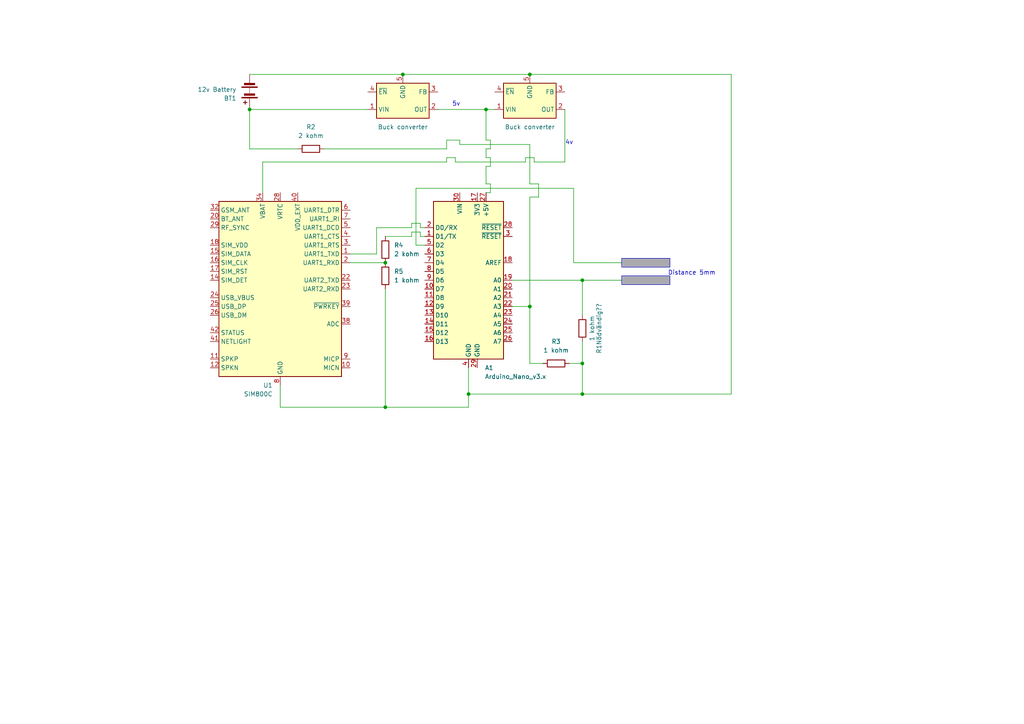
<source format=kicad_sch>
(kicad_sch (version 20231120) (generator "eeschema") (generator_version "8.0")
  (paper "A4")
  (lib_symbols
    (symbol "Device:Battery" (pin_numbers hide) (pin_names (offset 0) hide)
      (property "Reference" "BT" (at 2.54 2.54 0))
      (property "Value" "Battery" (at 2.54 0 0))
      (symbol "Battery_0_1"
        (rectangle (start -2.286 -1.27) (end 2.286 -1.524) (fill (type outline)))
        (rectangle (start -2.286 1.778) (end 2.286 1.524) (fill (type outline)))
        (rectangle (start -1.524 -2.032) (end 1.524 -2.54) (fill (type outline)))
        (rectangle (start -1.524 1.016) (end 1.524 0.508) (fill (type outline)))
        (polyline (pts (xy 0 -1.016) (xy 0 -0.762)))
        (polyline (pts (xy 0 -0.508) (xy 0 -0.254)))
        (polyline (pts (xy 0 0) (xy 0 0.254)))
        (polyline (pts (xy 0 1.778) (xy 0 2.54)))
        (polyline (pts (xy 0.762 3.048) (xy 1.778 3.048)) (stroke (width 0.254)))
        (polyline (pts (xy 1.27 3.556) (xy 1.27 2.54)) (stroke (width 0.254)))
      )
      (symbol "Battery_1_1"
        (pin passive line (at 0 5.08 270) (length 2.54) (name "+") (number "1"))
        (pin passive line (at 0 -5.08 90) (length 2.54) (name "-") (number "2"))
      )
    )
    (symbol "Device:R" (pin_numbers hide) (pin_names (offset 0))
      (property "Reference" "R" (at 2.032 0 90))
      (property "Value" "R" (at 0 0 90))
      (symbol "R_0_1"
        (rectangle (start -1.016 -2.54) (end 1.016 2.54) (stroke (width 0.254)))
      )
      (symbol "R_1_1"
        (pin passive line (at 0 3.81 270) (length 1.27) (name "~") (number "1"))
        (pin passive line (at 0 -3.81 90) (length 1.27) (name "~") (number "2"))
      )
    )
    (symbol "MCU_Module:Arduino_Nano_v3.x"
      (property "Reference" "A" (at -10.16 23.495 0))
      (property "Value" "Arduino_Nano_v3.x" (at 5.08 -24.13 0))
      (symbol "Arduino_Nano_v3.x_0_1"
        (rectangle (start -10.16 22.86) (end 10.16 -22.86) (stroke (width 0.254)) (fill (type background)))
      )
      (symbol "Arduino_Nano_v3.x_1_1"
        (pin bidirectional line (at -12.7 12.7 0) (length 2.54) (name "D1/TX") (number "1"))
        (pin bidirectional line (at -12.7 -2.54 0) (length 2.54) (name "D7") (number "10"))
        (pin bidirectional line (at -12.7 -5.08 0) (length 2.54) (name "D8") (number "11"))
        (pin bidirectional line (at -12.7 -7.62 0) (length 2.54) (name "D9") (number "12"))
        (pin bidirectional line (at -12.7 -10.16 0) (length 2.54) (name "D10") (number "13"))
        (pin bidirectional line (at -12.7 -12.7 0) (length 2.54) (name "D11") (number "14"))
        (pin bidirectional line (at -12.7 -15.24 0) (length 2.54) (name "D12") (number "15"))
        (pin bidirectional line (at -12.7 -17.78 0) (length 2.54) (name "D13") (number "16"))
        (pin power_out line (at 2.54 25.4 270) (length 2.54) (name "3V3") (number "17"))
        (pin input line (at 12.7 5.08 180) (length 2.54) (name "AREF") (number "18"))
        (pin bidirectional line (at 12.7 0 180) (length 2.54) (name "A0") (number "19"))
        (pin bidirectional line (at -12.7 15.24 0) (length 2.54) (name "D0/RX") (number "2"))
        (pin bidirectional line (at 12.7 -2.54 180) (length 2.54) (name "A1") (number "20"))
        (pin bidirectional line (at 12.7 -5.08 180) (length 2.54) (name "A2") (number "21"))
        (pin bidirectional line (at 12.7 -7.62 180) (length 2.54) (name "A3") (number "22"))
        (pin bidirectional line (at 12.7 -10.16 180) (length 2.54) (name "A4") (number "23"))
        (pin bidirectional line (at 12.7 -12.7 180) (length 2.54) (name "A5") (number "24"))
        (pin bidirectional line (at 12.7 -15.24 180) (length 2.54) (name "A6") (number "25"))
        (pin bidirectional line (at 12.7 -17.78 180) (length 2.54) (name "A7") (number "26"))
        (pin power_out line (at 5.08 25.4 270) (length 2.54) (name "+5V") (number "27"))
        (pin input line (at 12.7 15.24 180) (length 2.54) (name "~{RESET}") (number "28"))
        (pin power_in line (at 2.54 -25.4 90) (length 2.54) (name "GND") (number "29"))
        (pin input line (at 12.7 12.7 180) (length 2.54) (name "~{RESET}") (number "3"))
        (pin power_in line (at -2.54 25.4 270) (length 2.54) (name "VIN") (number "30"))
        (pin power_in line (at 0 -25.4 90) (length 2.54) (name "GND") (number "4"))
        (pin bidirectional line (at -12.7 10.16 0) (length 2.54) (name "D2") (number "5"))
        (pin bidirectional line (at -12.7 7.62 0) (length 2.54) (name "D3") (number "6"))
        (pin bidirectional line (at -12.7 5.08 0) (length 2.54) (name "D4") (number "7"))
        (pin bidirectional line (at -12.7 2.54 0) (length 2.54) (name "D5") (number "8"))
        (pin bidirectional line (at -12.7 0 0) (length 2.54) (name "D6") (number "9"))
      )
    )
    (symbol "RF_GSM:SIM800C"
      (property "Reference" "U" (at -15.24 26.67 0))
      (property "Value" "SIM800C" (at 12.7 26.67 0))
      (symbol "SIM800C_0_1"
        (rectangle (start -17.78 25.4) (end 17.78 -25.4) (stroke (width 0.254)) (fill (type background)))
      )
      (symbol "SIM800C_1_1"
        (pin output line (at -20.32 10.16 0) (length 2.54) (name "UART1_TXD") (number "1"))
        (pin input line (at -20.32 -22.86 0) (length 2.54) (name "MICN") (number "10"))
        (pin output line (at 20.32 -20.32 180) (length 2.54) (name "SPKP") (number "11"))
        (pin output line (at 20.32 -22.86 180) (length 2.54) (name "SPKN") (number "12"))
        (pin passive line (at 0 -27.94 90) (length 2.54) hide (name "GND") (number "13"))
        (pin input line (at 20.32 2.54 180) (length 2.54) (name "SIM_DET") (number "14"))
        (pin bidirectional line (at 20.32 10.16 180) (length 2.54) (name "SIM_DATA") (number "15"))
        (pin output line (at 20.32 7.62 180) (length 2.54) (name "SIM_CLK") (number "16"))
        (pin output line (at 20.32 5.08 180) (length 2.54) (name "SIM_RST") (number "17"))
        (pin power_out line (at 20.32 12.7 180) (length 2.54) (name "SIM_VDD") (number "18"))
        (pin passive line (at 0 -27.94 90) (length 2.54) hide (name "GND") (number "19"))
        (pin input line (at -20.32 7.62 0) (length 2.54) (name "UART1_RXD") (number "2"))
        (pin passive line (at 20.32 20.32 180) (length 2.54) (name "BT_ANT") (number "20"))
        (pin passive line (at 0 -27.94 90) (length 2.54) hide (name "GND") (number "21"))
        (pin output line (at -20.32 2.54 0) (length 2.54) (name "UART2_TXD") (number "22"))
        (pin input line (at -20.32 0 0) (length 2.54) (name "UART2_RXD") (number "23"))
        (pin input line (at 20.32 -2.54 180) (length 2.54) (name "USB_VBUS") (number "24"))
        (pin bidirectional line (at 20.32 -5.08 180) (length 2.54) (name "USB_DP") (number "25"))
        (pin bidirectional line (at 20.32 -7.62 180) (length 2.54) (name "USB_DM") (number "26"))
        (pin passive line (at 0 -27.94 90) (length 2.54) hide (name "GND") (number "27"))
        (pin power_in line (at 0 27.94 270) (length 2.54) (name "VRTC") (number "28"))
        (pin output line (at 20.32 17.78 180) (length 2.54) (name "RF_SYNC") (number "29"))
        (pin input line (at -20.32 12.7 0) (length 2.54) (name "UART1_RTS") (number "3"))
        (pin passive line (at 0 -27.94 90) (length 2.54) hide (name "GND") (number "30"))
        (pin passive line (at 0 -27.94 90) (length 2.54) hide (name "GND") (number "31"))
        (pin passive line (at 20.32 22.86 180) (length 2.54) (name "GSM_ANT") (number "32"))
        (pin passive line (at 0 -27.94 90) (length 2.54) hide (name "GND") (number "33"))
        (pin power_in line (at 5.08 27.94 270) (length 2.54) (name "VBAT") (number "34"))
        (pin passive line (at 5.08 27.94 270) (length 2.54) hide (name "VBAT") (number "35"))
        (pin passive line (at 0 -27.94 90) (length 2.54) hide (name "GND") (number "36"))
        (pin passive line (at 0 -27.94 90) (length 2.54) hide (name "GND") (number "37"))
        (pin input line (at -20.32 -10.16 0) (length 2.54) (name "ADC") (number "38"))
        (pin input line (at -20.32 -5.08 0) (length 2.54) (name "~{PWRKEY}") (number "39"))
        (pin output line (at -20.32 15.24 0) (length 2.54) (name "UART1_CTS") (number "4"))
        (pin power_out line (at -5.08 27.94 270) (length 2.54) (name "VDD_EXT") (number "40"))
        (pin output line (at 20.32 -15.24 180) (length 2.54) (name "NETLIGHT") (number "41"))
        (pin output line (at 20.32 -12.7 180) (length 2.54) (name "STATUS") (number "42"))
        (pin output line (at -20.32 17.78 0) (length 2.54) (name "UART1_DCD") (number "5"))
        (pin input line (at -20.32 22.86 0) (length 2.54) (name "UART1_DTR") (number "6"))
        (pin output line (at -20.32 20.32 0) (length 2.54) (name "UART1_RI") (number "7"))
        (pin power_in line (at 0 -27.94 90) (length 2.54) (name "GND") (number "8"))
        (pin input line (at -20.32 -20.32 0) (length 2.54) (name "MICP") (number "9"))
      )
    )
    (symbol "Regulator_Switching:XL1509-3.3"
      (property "Reference" "U" (at -7.112 6.096 0))
      (property "Value" "XL1509-3.3" (at 5.842 6.096 0))
      (symbol "XL1509-3.3_0_1"
        (rectangle (start -7.62 5.08) (end 7.62 -5.08) (stroke (width 0.254)) (fill (type background)))
      )
      (symbol "XL1509-3.3_1_1"
        (pin power_in line (at -10.16 2.54 0) (length 2.54) (name "VIN") (number "1"))
        (pin power_out line (at 10.16 2.54 180) (length 2.54) (name "OUT") (number "2"))
        (pin input line (at 10.16 -2.54 180) (length 2.54) (name "FB") (number "3"))
        (pin input line (at -10.16 -2.54 0) (length 2.54) (name "~{EN}") (number "4"))
        (pin power_in line (at 0 -7.62 90) (length 2.54) (name "GND") (number "5"))
        (pin passive line (at 0 -7.62 90) (length 2.54) hide (name "GND") (number "6"))
        (pin passive line (at 0 -7.62 90) (length 2.54) hide (name "GND") (number "7"))
        (pin passive line (at 0 -7.62 90) (length 2.54) hide (name "GND") (number "8"))
      )
    )
  )
  (junction (at 111.76 118.11))
  (junction (at 140.97 31.75))
  (junction (at 111.76 76.2))
  (junction (at 153.67 21.59))
  (junction (at 168.91 105.41))
  (junction (at 168.91 81.28))
  (junction (at 153.67 88.9))
  (junction (at 168.91 114.3))
  (junction (at 72.39 31.75))
  (junction (at 116.84 21.59))
  (junction (at 135.89 114.3))
  (wire (pts (xy 135.89 114.3) (xy 135.89 106.68)))
  (wire (pts (xy 129.54 40.64) (xy 133.35 40.64)))
  (wire (pts (xy 81.28 118.11) (xy 111.76 118.11)))
  (wire (pts (xy 168.91 105.41) (xy 168.91 114.3)))
  (wire (pts (xy 140.97 31.75) (xy 143.51 31.75)))
  (wire (pts (xy 119.38 64.77) (xy 121.92 64.77)))
  (wire (pts (xy 212.09 21.59) (xy 212.09 114.3)))
  (wire (pts (xy 153.67 21.59) (xy 212.09 21.59)))
  (wire (pts (xy 163.83 46.99) (xy 154.94 46.99)))
  (wire (pts (xy 166.37 76.2) (xy 166.37 54.61)))
  (wire (pts (xy 156.21 53.34) (xy 156.21 57.15)))
  (wire (pts (xy 72.39 31.75) (xy 72.39 43.18)))
  (wire (pts (xy 72.39 31.75) (xy 106.68 31.75)))
  (wire (pts (xy 154.94 45.72) (xy 152.4 45.72)))
  (wire (pts (xy 154.94 46.99) (xy 154.94 45.72)))
  (wire (pts (xy 129.54 43.18) (xy 129.54 40.64)))
  (wire (pts (xy 140.97 31.75) (xy 140.97 40.64)))
  (wire (pts (xy 142.24 45.72) (xy 140.97 45.72)))
  (wire (pts (xy 101.6 76.2) (xy 111.76 76.2)))
  (wire (pts (xy 153.67 88.9) (xy 153.67 105.41)))
  (wire (pts (xy 109.22 73.66) (xy 109.22 66.04)))
  (wire (pts (xy 76.2 46.99) (xy 76.2 55.88)))
  (wire (pts (xy 153.67 88.9) (xy 148.59 88.9)))
  (wire (pts (xy 165.1 105.41) (xy 168.91 105.41)))
  (wire (pts (xy 135.89 118.11) (xy 135.89 114.3)))
  (wire (pts (xy 121.92 68.58) (xy 123.19 68.58)))
  (wire (pts (xy 152.4 46.99) (xy 132.08 46.99)))
  (wire (pts (xy 140.97 53.34) (xy 140.97 48.26)))
  (wire (pts (xy 121.92 67.31) (xy 121.92 68.58)))
  (wire (pts (xy 132.08 45.72) (xy 129.54 45.72)))
  (wire (pts (xy 168.91 81.28) (xy 180.34 81.28)))
  (wire (pts (xy 152.4 45.72) (xy 152.4 46.99)))
  (wire (pts (xy 119.38 66.04) (xy 119.38 64.77)))
  (wire (pts (xy 140.97 43.18) (xy 142.24 43.18)))
  (wire (pts (xy 153.67 57.15) (xy 153.67 88.9)))
  (wire (pts (xy 129.54 45.72) (xy 129.54 46.99)))
  (wire (pts (xy 109.22 66.04) (xy 119.38 66.04)))
  (wire (pts (xy 119.38 68.58) (xy 119.38 67.31)))
  (wire (pts (xy 153.67 53.34) (xy 156.21 53.34)))
  (wire (pts (xy 212.09 114.3) (xy 168.91 114.3)))
  (wire (pts (xy 140.97 45.72) (xy 140.97 43.18)))
  (wire (pts (xy 111.76 83.82) (xy 111.76 118.11)))
  (wire (pts (xy 140.97 48.26) (xy 142.24 48.26)))
  (wire (pts (xy 116.84 21.59) (xy 153.67 21.59)))
  (wire (pts (xy 142.24 53.34) (xy 140.97 53.34)))
  (wire (pts (xy 153.67 105.41) (xy 157.48 105.41)))
  (wire (pts (xy 142.24 55.88) (xy 142.24 53.34)))
  (wire (pts (xy 93.98 43.18) (xy 129.54 43.18)))
  (wire (pts (xy 132.08 46.99) (xy 132.08 45.72)))
  (wire (pts (xy 156.21 57.15) (xy 153.67 57.15)))
  (wire (pts (xy 127 31.75) (xy 140.97 31.75)))
  (wire (pts (xy 72.39 21.59) (xy 116.84 21.59)))
  (wire (pts (xy 142.24 43.18) (xy 142.24 40.64)))
  (wire (pts (xy 120.65 71.12) (xy 123.19 71.12)))
  (wire (pts (xy 153.67 41.91) (xy 153.67 53.34)))
  (wire (pts (xy 163.83 31.75) (xy 163.83 46.99)))
  (wire (pts (xy 142.24 48.26) (xy 142.24 45.72)))
  (wire (pts (xy 168.91 114.3) (xy 135.89 114.3)))
  (wire (pts (xy 129.54 46.99) (xy 76.2 46.99)))
  (wire (pts (xy 120.65 54.61) (xy 120.65 71.12)))
  (wire (pts (xy 121.92 64.77) (xy 121.92 66.04)))
  (wire (pts (xy 101.6 73.66) (xy 109.22 73.66)))
  (wire (pts (xy 120.65 54.61) (xy 166.37 54.61)))
  (wire (pts (xy 133.35 41.91) (xy 153.67 41.91)))
  (wire (pts (xy 81.28 111.76) (xy 81.28 118.11)))
  (wire (pts (xy 140.97 55.88) (xy 142.24 55.88)))
  (wire (pts (xy 119.38 67.31) (xy 121.92 67.31)))
  (wire (pts (xy 168.91 81.28) (xy 168.91 91.44)))
  (wire (pts (xy 133.35 40.64) (xy 133.35 41.91)))
  (wire (pts (xy 111.76 118.11) (xy 135.89 118.11)))
  (wire (pts (xy 142.24 40.64) (xy 140.97 40.64)))
  (wire (pts (xy 180.34 76.2) (xy 166.37 76.2)))
  (wire (pts (xy 111.76 68.58) (xy 119.38 68.58)))
  (wire (pts (xy 121.92 66.04) (xy 123.19 66.04)))
  (wire (pts (xy 72.39 43.18) (xy 86.36 43.18)))
  (wire (pts (xy 168.91 99.06) (xy 168.91 105.41)))
  (wire (pts (xy 148.59 81.28) (xy 168.91 81.28)))
  (rectangle (start 180.34 80.01) (end 194.31 82.55) (fill (type color) (color 170 169 173 1)))
  (rectangle (start 180.34 74.93) (end 194.31 77.47) (fill (type color) (color 170 169 173 1)))
  (text "4v" (at 165.1 41.402 0) (effects (font (size 1.27 1.27))))
  (text "Distance 5mm" (at 200.66 79.248 0) (effects (font (size 1.27 1.27))))
  (text "5v" (at 132.334 30.226 0) (effects (font (size 1.27 1.27))))
  (symbol (lib_id "Regulator_Switching:XL1509-3.3") (at 153.67 29.21 0) (mirror x) (unit 1)
    (property "Reference" "U3" (effects (hide yes)))
    (property "Value" "Buck converter" (at 153.67 36.83 0))
    (property "Footprint" "Package_SO:SOIC-8_3.9x4.9mm_P1.27mm" (effects (hide yes)))
    (property "Datasheet" "https://datasheet.lcsc.com/lcsc/1809050422_XLSEMI-XL1509-5-0E1_C61063.pdf" (effects (hide yes)))
    (property "Description" "Buck DC/DC Converter, 2A, 3.3V Output Voltage, 4.5-40V Input Voltage" (effects (hide yes)))
  )
  (symbol (lib_id "Device:R") (at 168.91 95.25 0) (unit 1)
    (property "Reference" "R1Nödvändig??" (at 173.736 95.25 90))
    (property "Value" "1 kohm" (at 171.704 95.25 90))
    (property "Description" "Resistor" (effects (hide yes)))
  )
  (symbol (lib_id "Regulator_Switching:XL1509-3.3") (at 116.84 29.21 0) (mirror x) (unit 1)
    (property "Reference" "U2" (effects (hide yes)))
    (property "Value" "Buck converter" (at 116.84 36.83 0))
    (property "Footprint" "Package_SO:SOIC-8_3.9x4.9mm_P1.27mm" (effects (hide yes)))
    (property "Datasheet" "https://datasheet.lcsc.com/lcsc/1809050422_XLSEMI-XL1509-5-0E1_C61063.pdf" (effects (hide yes)))
    (property "Description" "Buck DC/DC Converter, 2A, 3.3V Output Voltage, 4.5-40V Input Voltage" (effects (hide yes)))
  )
  (symbol (lib_id "Device:R") (at 90.17 43.18 90) (unit 1)
    (property "Reference" "R2" (at 90.17 36.83 90))
    (property "Value" "2 kohm" (at 90.17 39.37 90))
    (property "Description" "Resistor" (effects (hide yes)))
  )
  (symbol (lib_id "Device:Battery") (at 72.39 26.67 180) (unit 1)
    (property "Reference" "BT1" (at 68.58 28.5116 0) (effects (justify left)))
    (property "Value" "12v Battery" (at 68.58 25.9716 0) (effects (justify left)))
    (property "Description" "Multiple-cell battery" (effects (hide yes)))
  )
  (symbol (lib_id "RF_GSM:SIM800C") (at 81.28 83.82 0) (mirror y) (unit 1)
    (property "Reference" "U1" (at 79.0859 111.76 0) (effects (justify left)))
    (property "Value" "SIM800C" (at 79.0859 114.3 0) (effects (justify left)))
    (property "Footprint" "RF_GSM:SIMCom_SIM800C" (effects (hide yes)))
    (property "Datasheet" "http://simcom.ee/documents/SIM800C/SIM800C_Hardware_Design_V1.05.pdf" (effects (hide yes)))
    (property "Description" "GSM Quad-Band Communication Module, GPRS, Audio Engine, AT Command Set, Bluetooth is Optional" (effects (hide yes)))
  )
  (symbol (lib_id "Device:R") (at 161.29 105.41 90) (unit 1)
    (property "Reference" "R3" (at 161.29 99.06 90))
    (property "Value" "1 kohm" (at 161.29 101.6 90))
    (property "Description" "Resistor" (effects (hide yes)))
  )
  (symbol (lib_id "Device:R") (at 111.76 72.39 0) (unit 1)
    (property "Reference" "R4" (at 114.3 71.1199 0) (effects (justify left)))
    (property "Value" "2 kohm" (at 114.3 73.6599 0) (effects (justify left)))
    (property "Description" "Resistor" (effects (hide yes)))
  )
  (symbol (lib_id "Device:R") (at 111.76 80.01 0) (unit 1)
    (property "Reference" "R5" (at 114.3 78.7399 0) (effects (justify left)))
    (property "Value" "1 kohm" (at 114.3 81.2799 0) (effects (justify left)))
    (property "Description" "Resistor" (effects (hide yes)))
  )
  (symbol (lib_id "MCU_Module:Arduino_Nano_v3.x") (at 135.89 81.28 0) (unit 1)
    (property "Reference" "A1" (at 140.6241 106.68 0) (effects (justify left)))
    (property "Value" "Arduino_Nano_v3.x" (at 140.6241 109.22 0) (effects (justify left)))
    (property "Footprint" "Module:Arduino_Nano" (effects (hide yes)))
    (property "Datasheet" "http://www.mouser.com/pdfdocs/Gravitech_Arduino_Nano3_0.pdf" (effects (hide yes)))
    (property "Description" "Arduino Nano v3.x" (effects (hide yes)))
  )
)
</source>
